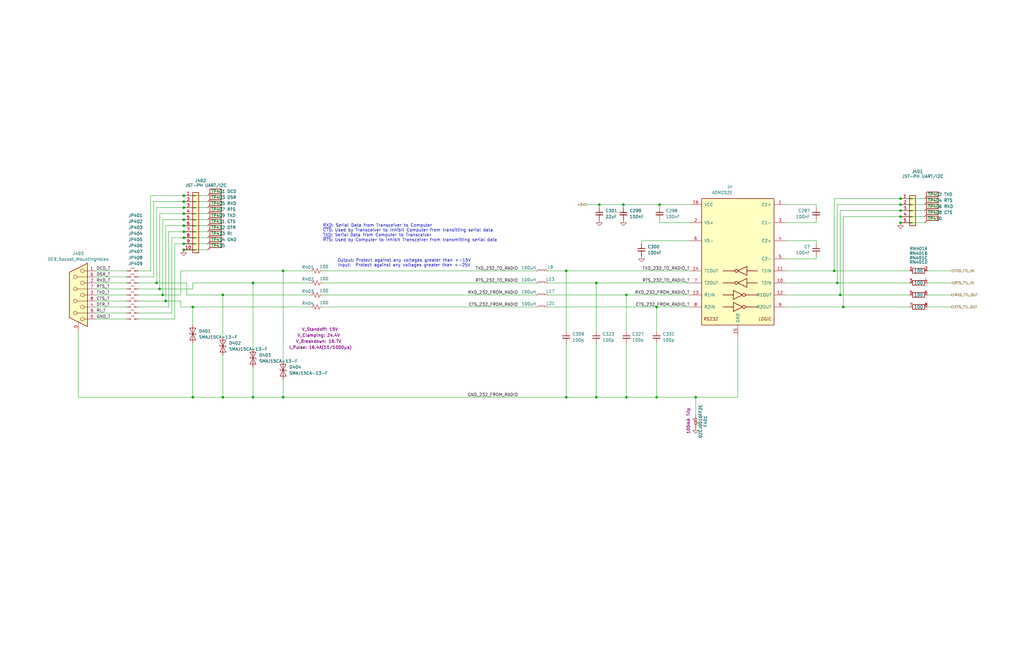
<source format=kicad_sch>
(kicad_sch (version 20250114) (generator "eeschema") (generator_version "9.0")
  (paper "B")
  (title_block (title "COM Port Switcher - COM Port Protection & Level Shift") (date "2025-07-26") (rev "A") (company "Thomas Francois - KX∅STL"))
  (lib_symbols
    (symbol "Connector:DE9_Socket_MountingHoles" (pin_names (offset 1.016) (hide yes))
      (property "Reference" "J" (at 0 16.51 0))
      (property "Value" "DE9_Socket_MountingHoles" (at 0 14.605 0))
      (symbol "DE9_Socket_MountingHoles_1_1"
        (pin passive line (at -7.62 10.16 0) (length 3.81) (name "1") (number "1"))
        (pin passive line (at -7.62 7.62 0) (length 3.81) (name "6") (number "6"))
        (pin passive line (at -7.62 5.08 0) (length 3.81) (name "2") (number "2"))
        (pin passive line (at -7.62 2.54 0) (length 3.81) (name "7") (number "7"))
        (pin passive line (at -7.62 0 0) (length 3.81) (name "3") (number "3"))
        (pin passive line (at -7.62 -2.54 0) (length 3.81) (name "8") (number "8"))
        (pin passive line (at -7.62 -5.08 0) (length 3.81) (name "4") (number "4"))
        (pin passive line (at -7.62 -7.62 0) (length 3.81) (name "9") (number "9"))
        (pin passive line (at -7.62 -10.16 0) (length 3.81) (name "5") (number "5"))
        (pin passive line (at 0 -15.24 90) (length 3.81) (name "PAD") (number "0"))
      )
    )
    (symbol "Connector:TestPoint_Flag" (pin_numbers (hide yes)) (pin_names (offset 0.762) (hide yes))
      (property "Reference" "TP" (at 3.429 1.778 0))
      (property "Value" "TestPoint_Flag" (at 3.302 4.191 0))
      (symbol "TestPoint_Flag_1_1"
        (pin passive line (at 0 0 90) (length 0) (name "1") (number "1"))
      )
    )
    (symbol "Connector_Generic:Conn_01x05" (pin_names (offset 1.016) (hide yes))
      (property "Reference" "J" (at 0 7.62 0))
      (property "Value" "Conn_01x05" (at 0 -7.62 0))
      (symbol "Conn_01x05_1_1"
        (pin passive line (at -5.08 5.08 0) (length 3.81) (name "Pin_1") (number "1"))
        (pin passive line (at -5.08 2.54 0) (length 3.81) (name "Pin_2") (number "2"))
        (pin passive line (at -5.08 0 0) (length 3.81) (name "Pin_3") (number "3"))
        (pin passive line (at -5.08 -2.54 0) (length 3.81) (name "Pin_4") (number "4"))
        (pin passive line (at -5.08 -5.08 0) (length 3.81) (name "Pin_5") (number "5"))
      )
    )
    (symbol "Connector_Generic:Conn_01x10" (pin_names (offset 1.016) (hide yes))
      (property "Reference" "J" (at 0 12.7 0))
      (property "Value" "Conn_01x10" (at 0 -15.24 0))
      (symbol "Conn_01x10_1_1"
        (pin passive line (at -5.08 10.16 0) (length 3.81) (name "Pin_1") (number "1"))
        (pin passive line (at -5.08 7.62 0) (length 3.81) (name "Pin_2") (number "2"))
        (pin passive line (at -5.08 5.08 0) (length 3.81) (name "Pin_3") (number "3"))
        (pin passive line (at -5.08 2.54 0) (length 3.81) (name "Pin_4") (number "4"))
        (pin passive line (at -5.08 0 0) (length 3.81) (name "Pin_5") (number "5"))
        (pin passive line (at -5.08 -2.54 0) (length 3.81) (name "Pin_6") (number "6"))
        (pin passive line (at -5.08 -5.08 0) (length 3.81) (name "Pin_7") (number "7"))
        (pin passive line (at -5.08 -7.62 0) (length 3.81) (name "Pin_8") (number "8"))
        (pin passive line (at -5.08 -10.16 0) (length 3.81) (name "Pin_9") (number "9"))
        (pin passive line (at -5.08 -12.7 0) (length 3.81) (name "Pin_10") (number "10"))
      )
    )
    (symbol "Device:C_Small" (pin_numbers (hide yes)) (pin_names (offset 0.254) (hide yes))
      (property "Reference" "C" (at 0.254 1.778 0))
      (property "Value" "C_Small" (at 0.254 -2.032 0))
      (symbol "C_Small_1_1"
        (pin passive line (at 0 2.54 270) (length 2.032) (name "~") (number "1"))
        (pin passive line (at 0 -2.54 90) (length 2.032) (name "~") (number "2"))
      )
    )
    (symbol "Device:L_Small" (pin_numbers (hide yes)) (pin_names (offset 0.254) (hide yes))
      (property "Reference" "L" (at 0.762 1.016 0))
      (property "Value" "L_Small" (at 0.762 -1.016 0))
      (symbol "L_Small_1_1"
        (pin passive line (at 0 2.54 270) (length 0.508) (name "~") (number "1"))
        (pin passive line (at 0 -2.54 90) (length 0.508) (name "~") (number "2"))
      )
    )
    (symbol "Device:Polyfuse_Small" (pin_numbers (hide yes)) (pin_names (offset 0))
      (property "Reference" "F" (at -1.905 0 90))
      (property "Value" "Polyfuse_Small" (at 1.905 0 90))
      (symbol "Polyfuse_Small_1_1"
        (pin passive line (at 0 2.54 270) (length 0.635) (name "~") (number "1"))
        (pin passive line (at 0 -2.54 90) (length 0.635) (name "~") (number "2"))
      )
    )
    (symbol "Device:R_Small_US" (pin_numbers (hide yes)) (pin_names (offset 0.254) (hide yes))
      (property "Reference" "R" (at 0.762 0.508 0))
      (property "Value" "R_Small_US" (at 0.762 -1.016 0))
      (symbol "R_Small_US_1_1"
        (pin passive line (at 0 2.54 270) (length 1.016) (name "~") (number "1"))
        (pin passive line (at 0 -2.54 90) (length 1.016) (name "~") (number "2"))
      )
    )
    (symbol "Diode:SMAJ15CA" (pin_numbers (hide yes)) (pin_names (offset 1.016) (hide yes))
      (property "Reference" "D" (at 0 2.54 0))
      (property "Value" "SMAJ15CA" (at 0 -2.54 0))
      (symbol "SMAJ15CA_1_1"
        (pin passive line (at -3.81 0 0) (length 2.54) (name "A1") (number "1"))
        (pin passive line (at 3.81 0 180) (length 2.54) (name "A2") (number "2"))
      )
    )
    (symbol "Interface_UART:ADM232A" (pin_names (offset 1.016))
      (property "Reference" "Ur" (at 2.1433 30.48 0))
      (property "Value" "ADM202E" (at 2.1433 27.94 0))
      (symbol "ADM232A_0_0"
        (text "LOGIC" (at -11.43 -25.4 0) (effects (font (size 1.27 1.27))))
        (text "RS232" (at 11.43 -25.4 0) (effects (font (size 1.27 1.27))))
      )
      (symbol "ADM232A_1_1"
        (pin passive line (at -20.32 22.86 0) (length 5.08) (name "C1+") (number "1"))
        (pin passive line (at -20.32 15.24 0) (length 5.08) (name "C1-") (number "3"))
        (pin passive line (at -20.32 7.62 0) (length 5.08) (name "C2+") (number "4"))
        (pin passive line (at -20.32 0 0) (length 5.08) (name "C2-") (number "5"))
        (pin input line (at -20.32 -5.08 0) (length 5.08) (name "T1IN") (number "11"))
        (pin input line (at -20.32 -10.16 0) (length 5.08) (name "T2IN") (number "10"))
        (pin output line (at -20.32 -15.24 0) (length 5.08) (name "R1OUT") (number "12"))
        (pin output line (at -20.32 -20.32 0) (length 5.08) (name "R2OUT") (number "9"))
        (pin power_in line (at 0 -33.02 90) (length 5.08) (name "GND") (number "15"))
        (pin power_in line (at 20.32 22.86 180) (length 5.08) (name "VCC") (number "16"))
        (pin power_out line (at 20.32 15.24 180) (length 5.08) (name "VS+") (number "2"))
        (pin power_out line (at 20.32 7.62 180) (length 5.08) (name "VS-") (number "6"))
        (pin output line (at 20.32 -5.08 180) (length 5.08) (name "T1OUT") (number "14"))
        (pin output line (at 20.32 -10.16 180) (length 5.08) (name "T2OUT") (number "7"))
        (pin input line (at 20.32 -15.24 180) (length 5.08) (name "R1IN") (number "13"))
        (pin input line (at 20.32 -20.32 180) (length 5.08) (name "R2IN") (number "8"))
      )
    )
    (symbol "Jumper:Jumper_2_Small_Open" (pin_numbers (hide yes)) (pin_names (offset 0) (hide yes)) (exclude_from_sim yes)
      (property "Reference" "JP" (at 0 2.794 0))
      (property "Value" "Jumper_2_Small_Open" (at 0 -2.286 0))
      (symbol "Jumper_2_Small_Open_1_1"
        (pin passive line (at -2.54 0 0) (length 1.27) (name "A") (number "1"))
        (pin passive line (at 2.54 0 180) (length 1.27) (name "B") (number "2"))
      )
    )
    (symbol "Library_MicSwitcher:R_Network04_Split" (pin_names (offset 0) (hide yes))
      (property "Reference" "RN" (at 2.032 0 90))
      (property "Value" "47k" (at 0 0 90))
      (symbol "R_Network04_Split_1_1"
        (pin passive line (at 0 3.81 270) (length 1.27) (name "1") (number "1"))
        (pin passive line (at 0 -3.81 90) (length 1.27) (name "2") (number "2"))
      )
      (symbol "R_Network04_Split_2_1"
        (pin passive line (at 0 3.81 270) (length 1.27) (name "3") (number "3"))
        (pin passive line (at 0 -3.81 90) (length 1.27) (name "4") (number "4"))
      )
      (symbol "R_Network04_Split_3_1"
        (pin passive line (at 0 3.81 270) (length 1.27) (name "5") (number "5"))
        (pin passive line (at 0 -3.81 90) (length 1.27) (name "6") (number "6"))
      )
      (symbol "R_Network04_Split_4_1"
        (pin passive line (at 0 3.81 270) (length 1.27) (name "7") (number "7"))
        (pin passive line (at 0 -3.81 90) (length 1.27) (name "8") (number "8"))
      )
    )
    (symbol "power:GND" (power) (pin_numbers (hide yes)) (pin_names (offset 0) (hide yes))
      (property "Value" "GND" (at 0 -3.81 0))
      (symbol "GND_1_1"
        (pin power_in line (at 0 0 270) (length 0) (name "~") (number "1"))
      )
    )
  )
  (text "RXD: Serial Data from Transceiver to Computer\n~{CTS}: Used by Transceiver to inhibit Computer from transitting serial data\nTXD: Serial Data from Computer to Transceiver\n~{RTS}: Used by Computer to inhibit Transceiver from transmitting serial data\n" (at 136.144 98.298 0) (effects (font (size 1.27 1.27)) (justify left)))
  (text "Output: Protect against any voltages greater than +-15V\nInput:  Protect against any voltages greater than +-25V" (at 170.434 110.998 0) (effects (font (size 1.27 1.27))))
  (junction (at 93.98 167.64))
  (junction (at 119.38 167.64))
  (junction (at 379.73 83.82))
  (junction (at 379.73 91.44))
  (junction (at 238.76 114.3))
  (junction (at 93.98 124.46))
  (junction (at 77.47 95.25))
  (junction (at 69.85 127))
  (junction (at 354.33 124.46))
  (junction (at 77.47 100.33))
  (junction (at 81.28 167.64))
  (junction (at 251.46 167.64))
  (junction (at 77.47 90.17))
  (junction (at 77.47 82.55))
  (junction (at 252.73 86.36))
  (junction (at 276.86 129.54))
  (junction (at 77.47 105.41))
  (junction (at 77.47 92.71))
  (junction (at 106.68 119.38))
  (junction (at 77.47 87.63))
  (junction (at 66.04 119.38))
  (junction (at 77.47 85.09))
  (junction (at 81.28 129.54))
  (junction (at 379.73 93.98))
  (junction (at 379.73 86.36))
  (junction (at 353.06 119.38))
  (junction (at 264.16 124.46))
  (junction (at 67.31 121.92))
  (junction (at 77.47 102.87))
  (junction (at 264.16 167.64))
  (junction (at 262.89 86.36))
  (junction (at 293.37 167.64))
  (junction (at 278.13 86.36))
  (junction (at 77.47 97.79))
  (junction (at 251.46 119.38))
  (junction (at 379.73 88.9))
  (junction (at 238.76 167.64))
  (junction (at 119.38 114.3))
  (junction (at 276.86 167.64))
  (junction (at 106.68 167.64))
  (junction (at 355.6 129.54))
  (junction (at 68.58 124.46))
  (junction (at 351.79 114.3))
  (wire (pts (xy 278.13 93.98) (xy 278.13 92.71)))
  (wire (pts (xy 276.86 129.54) (xy 290.83 129.54)))
  (wire (pts (xy 64.77 85.09) (xy 64.77 116.84)))
  (wire (pts (xy 231.14 114.3) (xy 238.76 114.3)))
  (wire (pts (xy 251.46 144.78) (xy 251.46 167.64)))
  (wire (pts (xy 106.68 119.38) (xy 106.68 147.32)))
  (wire (pts (xy 81.28 167.64) (xy 93.98 167.64)))
  (wire (pts (xy 290.83 93.98) (xy 278.13 93.98)))
  (wire (pts (xy 40.64 116.84) (xy 53.34 116.84)))
  (wire (pts (xy 106.68 167.64) (xy 119.38 167.64)))
  (wire (pts (xy 119.38 114.3) (xy 130.81 114.3)))
  (wire (pts (xy 63.5 114.3) (xy 63.5 82.55)))
  (wire (pts (xy 40.64 124.46) (xy 53.34 124.46)))
  (wire (pts (xy 119.38 167.64) (xy 238.76 167.64)))
  (wire (pts (xy 68.58 92.71) (xy 68.58 124.46)))
  (wire (pts (xy 251.46 167.64) (xy 264.16 167.64)))
  (wire (pts (xy 353.06 86.36) (xy 353.06 119.38)))
  (wire (pts (xy 293.37 167.64) (xy 311.15 167.64)))
  (wire (pts (xy 66.04 87.63) (xy 66.04 119.38)))
  (wire (pts (xy 106.68 119.38) (xy 130.81 119.38)))
  (wire (pts (xy 344.17 101.6) (xy 344.17 102.87)))
  (wire (pts (xy 135.89 114.3) (xy 226.06 114.3)))
  (wire (pts (xy 238.76 167.64) (xy 251.46 167.64)))
  (wire (pts (xy 276.86 144.78) (xy 276.86 167.64)))
  (wire (pts (xy 67.31 90.17) (xy 67.31 121.92)))
  (wire (pts (xy 331.47 101.6) (xy 344.17 101.6)))
  (wire (pts (xy 354.33 88.9) (xy 354.33 124.46)))
  (wire (pts (xy 81.28 121.92) (xy 67.31 121.92)))
  (wire (pts (xy 81.28 129.54) (xy 81.28 137.16)))
  (wire (pts (xy 401.32 114.3) (xy 391.16 114.3)))
  (wire (pts (xy 71.12 129.54) (xy 58.42 129.54)))
  (wire (pts (xy 93.98 167.64) (xy 106.68 167.64)))
  (wire (pts (xy 135.89 119.38) (xy 226.06 119.38)))
  (wire (pts (xy 344.17 109.22) (xy 344.17 107.95)))
  (wire (pts (xy 252.73 87.63) (xy 252.73 86.36)))
  (wire (pts (xy 331.47 119.38) (xy 353.06 119.38)))
  (wire (pts (xy 76.2 124.46) (xy 76.2 114.3)))
  (wire (pts (xy 264.16 124.46) (xy 290.83 124.46)))
  (wire (pts (xy 81.28 119.38) (xy 106.68 119.38)))
  (wire (pts (xy 77.47 100.33) (xy 72.39 100.33)))
  (wire (pts (xy 262.89 87.63) (xy 262.89 86.36)))
  (wire (pts (xy 135.89 124.46) (xy 226.06 124.46)))
  (wire (pts (xy 77.47 97.79) (xy 71.12 97.79)))
  (wire (pts (xy 331.47 86.36) (xy 344.17 86.36)))
  (wire (pts (xy 58.42 127) (xy 69.85 127)))
  (wire (pts (xy 77.47 102.87) (xy 73.66 102.87)))
  (wire (pts (xy 278.13 86.36) (xy 278.13 87.63)))
  (wire (pts (xy 270.51 102.87) (xy 270.51 101.6)))
  (wire (pts (xy 81.28 144.78) (xy 81.28 167.64)))
  (wire (pts (xy 93.98 149.86) (xy 93.98 167.64)))
  (wire (pts (xy 76.2 114.3) (xy 119.38 114.3)))
  (wire (pts (xy 231.14 119.38) (xy 251.46 119.38)))
  (wire (pts (xy 331.47 114.3) (xy 351.79 114.3)))
  (wire (pts (xy 78.74 124.46) (xy 78.74 119.38)))
  (wire (pts (xy 135.89 129.54) (xy 226.1287 129.54)))
  (wire (pts (xy 379.73 86.36) (xy 389.89 86.36)))
  (wire (pts (xy 106.68 154.94) (xy 106.68 167.64)))
  (wire (pts (xy 40.64 127) (xy 53.34 127)))
  (wire (pts (xy 355.6 129.54) (xy 383.54 129.54)))
  (wire (pts (xy 351.79 114.3) (xy 383.54 114.3)))
  (wire (pts (xy 77.47 85.09) (xy 64.77 85.09)))
  (wire (pts (xy 262.89 86.36) (xy 278.13 86.36)))
  (wire (pts (xy 77.47 87.63) (xy 66.04 87.63)))
  (wire (pts (xy 69.85 127) (xy 76.2 127)))
  (wire (pts (xy 238.76 144.78) (xy 238.76 167.64)))
  (wire (pts (xy 72.39 132.08) (xy 58.42 132.08)))
  (wire (pts (xy 77.47 100.33) (xy 87.63 100.33)))
  (wire (pts (xy 119.38 160.02) (xy 119.38 167.64)))
  (wire (pts (xy 93.98 124.46) (xy 130.81 124.46)))
  (wire (pts (xy 78.74 119.38) (xy 66.04 119.38)))
  (wire (pts (xy 270.51 101.6) (xy 290.83 101.6)))
  (wire (pts (xy 67.31 121.92) (xy 58.42 121.92)))
  (wire (pts (xy 40.64 132.08) (xy 53.34 132.08)))
  (wire (pts (xy 40.64 134.62) (xy 53.34 134.62)))
  (wire (pts (xy 290.83 86.36) (xy 278.13 86.36)))
  (wire (pts (xy 231.14 124.46) (xy 264.16 124.46)))
  (wire (pts (xy 77.47 105.41) (xy 87.63 105.41)))
  (wire (pts (xy 293.37 175.26) (xy 293.37 167.64)))
  (wire (pts (xy 252.73 86.36) (xy 247.65 86.36)))
  (wire (pts (xy 77.47 85.09) (xy 87.63 85.09)))
  (wire (pts (xy 401.32 129.54) (xy 391.16 129.54)))
  (wire (pts (xy 379.73 88.9) (xy 389.89 88.9)))
  (wire (pts (xy 344.17 93.98) (xy 344.17 92.71)))
  (wire (pts (xy 77.47 97.79) (xy 87.63 97.79)))
  (wire (pts (xy 331.47 93.98) (xy 344.17 93.98)))
  (wire (pts (xy 77.47 90.17) (xy 67.31 90.17)))
  (wire (pts (xy 264.16 124.46) (xy 264.16 139.7)))
  (wire (pts (xy 331.47 109.22) (xy 344.17 109.22)))
  (wire (pts (xy 78.74 124.46) (xy 93.98 124.46)))
  (wire (pts (xy 58.42 114.3) (xy 63.5 114.3)))
  (wire (pts (xy 77.47 92.71) (xy 87.63 92.71)))
  (wire (pts (xy 379.73 83.82) (xy 389.89 83.82)))
  (wire (pts (xy 33.02 167.64) (xy 33.02 139.7)))
  (wire (pts (xy 119.38 114.3) (xy 119.38 152.4)))
  (wire (pts (xy 354.33 124.46) (xy 383.54 124.46)))
  (wire (pts (xy 64.77 116.84) (xy 58.42 116.84)))
  (wire (pts (xy 353.06 119.38) (xy 383.54 119.38)))
  (wire (pts (xy 40.64 119.38) (xy 53.34 119.38)))
  (wire (pts (xy 379.73 88.9) (xy 354.33 88.9)))
  (wire (pts (xy 379.73 91.44) (xy 389.89 91.44)))
  (wire (pts (xy 77.47 95.25) (xy 87.63 95.25)))
  (wire (pts (xy 331.47 129.54) (xy 355.6 129.54)))
  (wire (pts (xy 293.37 167.64) (xy 276.86 167.64)))
  (wire (pts (xy 77.47 92.71) (xy 68.58 92.71)))
  (wire (pts (xy 401.32 124.46) (xy 391.16 124.46)))
  (wire (pts (xy 40.64 121.92) (xy 53.34 121.92)))
  (wire (pts (xy 71.12 97.79) (xy 71.12 129.54)))
  (wire (pts (xy 379.73 83.82) (xy 351.79 83.82)))
  (wire (pts (xy 69.85 95.25) (xy 69.85 127)))
  (wire (pts (xy 58.42 124.46) (xy 68.58 124.46)))
  (wire (pts (xy 77.47 95.25) (xy 69.85 95.25)))
  (wire (pts (xy 264.16 167.64) (xy 276.86 167.64)))
  (wire (pts (xy 68.58 124.46) (xy 76.2 124.46)))
  (wire (pts (xy 401.32 119.38) (xy 391.16 119.38)))
  (wire (pts (xy 77.47 82.55) (xy 87.63 82.55)))
  (wire (pts (xy 63.5 82.55) (xy 77.47 82.55)))
  (wire (pts (xy 355.6 91.44) (xy 355.6 129.54)))
  (wire (pts (xy 93.98 124.46) (xy 93.98 142.24)))
  (wire (pts (xy 379.73 91.44) (xy 355.6 91.44)))
  (wire (pts (xy 238.76 114.3) (xy 238.76 139.7)))
  (wire (pts (xy 33.02 167.64) (xy 81.28 167.64)))
  (wire (pts (xy 58.42 134.62) (xy 73.66 134.62)))
  (wire (pts (xy 238.76 114.3) (xy 290.83 114.3)))
  (wire (pts (xy 66.04 119.38) (xy 58.42 119.38)))
  (wire (pts (xy 81.28 129.54) (xy 130.81 129.54)))
  (wire (pts (xy 379.73 93.98) (xy 389.89 93.98)))
  (wire (pts (xy 77.47 87.63) (xy 87.63 87.63)))
  (wire (pts (xy 331.47 124.46) (xy 354.33 124.46)))
  (wire (pts (xy 344.17 86.36) (xy 344.17 87.63)))
  (wire (pts (xy 72.39 100.33) (xy 72.39 132.08)))
  (wire (pts (xy 251.46 119.38) (xy 251.46 139.7)))
  (wire (pts (xy 81.28 129.54) (xy 76.2 129.54)))
  (wire (pts (xy 231.2087 129.54) (xy 276.86 129.54)))
  (wire (pts (xy 276.86 129.54) (xy 276.86 139.7)))
  (wire (pts (xy 351.79 83.82) (xy 351.79 114.3)))
  (wire (pts (xy 40.64 114.3) (xy 53.34 114.3)))
  (wire (pts (xy 77.47 90.17) (xy 87.63 90.17)))
  (wire (pts (xy 76.2 129.54) (xy 76.2 127)))
  (wire (pts (xy 40.64 129.54) (xy 53.34 129.54)))
  (wire (pts (xy 251.46 119.38) (xy 290.83 119.38)))
  (wire (pts (xy 262.89 86.36) (xy 252.73 86.36)))
  (wire (pts (xy 81.28 119.38) (xy 81.28 121.92)))
  (wire (pts (xy 73.66 102.87) (xy 73.66 134.62)))
  (wire (pts (xy 379.73 86.36) (xy 353.06 86.36)))
  (wire (pts (xy 264.16 144.78) (xy 264.16 167.64)))
  (wire (pts (xy 77.47 102.87) (xy 87.63 102.87)))
  (wire (pts (xy 311.15 142.24) (xy 311.15 167.64)))
  (label "RXD_232_FROM_RADIO" (at 218.44 124.46 180))
  (label "RTS_232_TO_RADIO" (at 218.44 119.38 180))
  (label "CTS_232_FROM_RADIO_T" (at 290.83 129.54 180))
  (label "RXD_232_FROM_RADIO_T" (at 290.83 124.46 180))
  (label "TXD_232_TO_RADIO" (at 218.44 114.3 180))
  (label "DSR_T" (at 40.64 116.84 0))
  (label "RXD_T" (at 40.64 119.38 0))
  (label "GND_T" (at 40.64 134.62 0))
  (label "RI_T" (at 40.64 132.08 0))
  (label "DTR_T" (at 40.64 129.54 0))
  (label "CTS_T" (at 40.64 127 0))
  (label "RTS_T" (at 40.64 121.92 0))
  (label "TXD_T" (at 40.64 124.46 0))
  (label "DCD_T" (at 40.64 114.3 0))
  (label "CTS_232_FROM_RADIO" (at 218.44 129.54 180))
  (label "TXD_232_TO_RADIO_T" (at 290.83 114.3 180))
  (label "RTS_232_TO_RADIO_T" (at 290.83 119.38 180))
  (label "GND_232_FROM_RADIO" (at 218.44 167.64 180))
  (hierarchical_label "+5V" (shape input) (at 247.65 86.36 180) (effects (font (size 1 1))))
  (hierarchical_label "CTS_TTL_OUT" (shape output) (at 401.32 129.54 0) (effects (font (size 1 1))))
  (hierarchical_label "RXD_TTL_OUT" (shape output) (at 401.32 124.46 0) (effects (font (size 1 1))))
  (hierarchical_label "TXD_TTL_IN" (shape input) (at 401.32 114.3 0) (effects (font (size 1 1))))
  (hierarchical_label "RTS_TTL_IN" (shape input) (at 401.32 119.38 0) (effects (font (size 1 1))))
  (symbol (lib_id "Device:C_Small") (at 276.86 142.24 0) (mirror y) (unit 1)
    (property "Reference" "C210" (at 279.4 140.9762 0) (effects (justify right)))
    (property "Value" "100p" (at 279.4 143.5162 0) (effects (justify right)))
    (property "Footprint" "Capacitor_SMD:C_0402_1005Metric" (effects (hide yes)))
    (property "Description" "Unpolarized capacitor, small symbol" (effects (hide yes)))
    (instances (project "PilotAudioPanel" (path "" (reference "C331") (unit 1)) (path "" (reference "C332") (unit 1)) (path "" (reference "C334") (unit 1)) (path "" (reference "C333") (unit 1))) (project "COM Switcher" (path "" (reference "C410") (unit 1)) (path "" (reference "C210") (unit 1)) (path "" (reference "C310") (unit 1)) (path "" (reference "C510") (unit 1))))
  )
  (symbol (lib_id "Jumper:Jumper_2_Small_Open") (at 55.88 116.84 0) (unit 1) (in_bom no)
    (property "Reference" "JP202" (at 54.102 93.472 0) (effects (justify left)))
    (property "Value" "Jumper_2_Small_Open" (effects (hide yes)))
    (property "Footprint" "Jumper:SolderJumper-2_P1.3mm_Open_Pad1.0x1.5mm" (effects (hide yes)))
    (property "Description" "Jumper, 2-pole, small symbol, open" (effects (hide yes)))
    (instances (project "COM Switcher" (path "" (reference "JP402") (unit 1)) (path "" (reference "JP202") (unit 1)) (path "" (reference "JP302") (unit 1)) (path "" (reference "JP502") (unit 1))))
  )
  (symbol (lib_id "Jumper:Jumper_2_Small_Open") (at 55.88 127 0) (unit 1) (in_bom no)
    (property "Reference" "JP206" (at 54.102 103.632 0) (effects (justify left)))
    (property "Value" "Jumper_2_Small_Open" (effects (hide yes)))
    (property "Footprint" "Jumper:SolderJumper-2_P1.3mm_Open_Pad1.0x1.5mm" (effects (hide yes)))
    (property "Description" "Jumper, 2-pole, small symbol, open" (effects (hide yes)))
    (instances (project "COM Switcher" (path "" (reference "JP406") (unit 1)) (path "" (reference "JP206") (unit 1)) (path "" (reference "JP306") (unit 1)) (path "" (reference "JP506") (unit 1))))
  )
  (symbol (lib_id "Connector:TestPoint_Flag") (at 87.63 92.71 0) (unit 1)
    (property "Reference" "TP209" (at 88.9 90.932 0) (effects (justify left)))
    (property "Value" "TXD" (at 95.758 90.932 0) (effects (justify left)))
    (property "Footprint" "Libraries:KEYSTONE_5017" (effects (hide yes)))
    (property "Description" "test point (alternative flag-style design)" (effects (hide yes)))
    (instances (project "COM Switcher" (path "" (reference "TP409") (unit 1)) (path "" (reference "TP209") (unit 1)) (path "" (reference "TP309") (unit 1)) (path "" (reference "TP509") (unit 1))))
  )
  (symbol (lib_id "Device:L_Small") (at 228.6687 129.54 270) (mirror x) (unit 1)
    (property "Reference" "L204" (at 232.156 128.016 90))
    (property "Value" "100uH" (at 223.012 128.27 90))
    (property "Footprint" "Inductor_SMD:L_0805_2012Metric" (effects (hide yes)))
    (property "Description" "Inductor, small symbol" (effects (hide yes)))
    (instances (project "PilotAudioPanel" (path "" (reference "L21") (unit 1)) (path "" (reference "L22") (unit 1)) (path "" (reference "L24") (unit 1)) (path "" (reference "L23") (unit 1))) (project "COM Switcher" (path "" (reference "L404") (unit 1)) (path "" (reference "L204") (unit 1)) (path "" (reference "L304") (unit 1)) (path "" (reference "L504") (unit 1))))
  )
  (symbol (lib_id "Connector:TestPoint_Flag") (at 389.89 86.36 0) (unit 1)
    (property "Reference" "TP204" (at 391.16 84.582 0) (effects (justify left)))
    (property "Value" "RTS" (at 398.018 84.582 0) (effects (justify left)))
    (property "Footprint" "Libraries:KEYSTONE_5017" (effects (hide yes)))
    (property "Description" "test point (alternative flag-style design)" (effects (hide yes)))
    (instances (project "COM Switcher" (path "" (reference "TP404") (unit 1)) (path "" (reference "TP204") (unit 1)) (path "" (reference "TP304") (unit 1)) (path "" (reference "TP504") (unit 1))))
  )
  (symbol (lib_id "Jumper:Jumper_2_Small_Open") (at 55.88 124.46 0) (unit 1) (in_bom no)
    (property "Reference" "JP205" (at 54.102 101.092 0) (effects (justify left)))
    (property "Value" "Jumper_2_Small_Open" (effects (hide yes)))
    (property "Footprint" "Jumper:SolderJumper-2_P1.3mm_Open_Pad1.0x1.5mm" (effects (hide yes)))
    (property "Description" "Jumper, 2-pole, small symbol, open" (effects (hide yes)))
    (instances (project "COM Switcher" (path "" (reference "JP405") (unit 1)) (path "" (reference "JP205") (unit 1)) (path "" (reference "JP305") (unit 1)) (path "" (reference "JP505") (unit 1))))
  )
  (symbol (lib_id "Connector:TestPoint_Flag") (at 87.63 105.41 0) (unit 1)
    (property "Reference" "TP215" (at 88.9 103.632 0) (effects (justify left)))
    (property "Footprint" "Libraries:KEYSTONE_5017" (effects (hide yes)))
    (property "Description" "test point (alternative flag-style design)" (effects (hide yes)))
    (instances (project "COM Switcher" (path "" (reference "TP415") (unit 1)) (path "" (reference "TP215") (unit 1)) (path "" (reference "TP315") (unit 1)) (path "" (reference "TP515") (unit 1))))
  )
  (symbol (lib_id "Device:C_Small") (at 252.73 90.17 0) (mirror y) (unit 1)
    (property "Reference" "C201" (at 255.27 88.9062 0) (effects (justify right)))
    (property "Value" "22uF" (at 255.27 91.4462 0) (effects (justify right)))
    (property "Footprint" "Capacitor_SMD:C_0603_1608Metric" (effects (hide yes)))
    (property "Description" "Unpolarized capacitor, small symbol" (effects (hide yes)))
    (instances (project "PilotAudioPanel" (path "" (reference "C301") (unit 1)) (path "" (reference "C306") (unit 1)) (path "" (reference "C319") (unit 1)) (path "" (reference "C313") (unit 1))) (project "COM Switcher" (path "" (reference "C401") (unit 1)) (path "" (reference "C201") (unit 1)) (path "" (reference "C301") (unit 1)) (path "" (reference "C501") (unit 1))))
  )
  (symbol (lib_id "Device:R_Small_US") (at 133.35 129.54 90) (unit 1)
    (property "Reference" "R204" (at 129.794 128.016 90))
    (property "Value" "100" (at 136.652 127.762 90))
    (property "Footprint" "Resistor_SMD:R_0402_1005Metric" (effects (hide yes)))
    (property "Description" "Resistor, small US symbol" (effects (hide yes)))
    (instances (project "COM Switcher" (path "" (reference "R404") (unit 1)) (path "" (reference "R204") (unit 1)) (path "" (reference "R304") (unit 1)) (path "" (reference "R504") (unit 1))))
  )
  (symbol (lib_id "Device:C_Small") (at 344.17 90.17 0) (mirror y) (unit 1)
    (property "Reference" "C204" (at 341.63 88.9062 0) (effects (justify left)))
    (property "Value" "100nF" (at 341.63 91.4462 0) (effects (justify left)))
    (property "Footprint" "Capacitor_SMD:C_0402_1005Metric" (effects (hide yes)))
    (property "Description" "Unpolarized capacitor, small symbol" (effects (hide yes)))
    (instances (project "PilotAudioPanel" (path "" (reference "C297") (unit 1)) (path "" (reference "C296") (unit 1)) (path "" (reference "C314") (unit 1)) (path "" (reference "C307") (unit 1))) (project "COM Switcher" (path "" (reference "C404") (unit 1)) (path "" (reference "C204") (unit 1)) (path "" (reference "C304") (unit 1)) (path "" (reference "C504") (unit 1))))
  )
  (symbol (lib_id "Library_MicSwitcher:R_Network04_Split") (at 387.35 114.3 90) (unit 1)
    (property "Reference" "RN201" (at 387.35 104.902 90))
    (property "Value" "100" (at 387.35 114.3 90))
    (property "Footprint" "Resistor_SMD:R_Array_Convex_4x1206" (effects (hide yes)))
    (property "Datasheet" "http://www.vishay.com/docs/31509/csc.pdf" (effects (hide yes)))
    (property "Description" "4 resistor network, star topology, bussed resistors, split" (effects (hide yes)))
    (instances (project "COM Switcher" (path "" (reference "RN401") (unit 1)) (path "" (reference "RN201") (unit 1)) (path "" (reference "RN301") (unit 1)) (path "" (reference "RN501") (unit 1))))
  )
  (symbol (lib_id "power:GND") (at 262.89 92.71 0) (mirror y) (unit 1)
    (property "Reference" "#PWR0202" (effects (hide yes)))
    (property "Value" "GND" (effects (hide yes)))
    (property "Description" "Power symbol creates a global label with name \"GND\" , ground" (effects (hide yes)))
    (instances (project "PilotAudioPanel" (path "" (reference "#PWR?") (unit 1)) (path "" (reference "#PWR0495") (unit 1)) (path "" (reference "#PWR0504") (unit 1)) (path "" (reference "#PWR0499") (unit 1))) (project "COM Switcher" (path "" (reference "#PWR0402") (unit 1)) (path "" (reference "#PWR0202") (unit 1)) (path "" (reference "#PWR0302") (unit 1)) (path "" (reference "#PWR0502") (unit 1))))
  )
  (symbol (lib_id "Diode:SMAJ15CA") (at 93.98 146.05 90) (unit 1)
    (property "Reference" "D202" (at 96.52 144.7799 90) (effects (justify right)))
    (property "Value" "SMAJ15CA-13-F" (at 96.52 147.3199 90) (effects (justify right)))
    (property "Footprint" "Diode_SMD:D_SMA" (effects (hide yes)))
    (property "Datasheet" "https://www.littelfuse.com/media?resourcetype=datasheets&itemid=75e32973-b177-4ee3-a0ff-cedaf1abdb93&filename=smaj-datasheet" (effects (hide yes)))
    (property "Description" "400W bidirectional Transient Voltage Suppressor, 15.0Vr, SMA(DO-214AC)" (effects (hide yes)))
    (property "V_Standoff" "15V" (effects (hide yes)))
    (property "V_Breakdown" "16.7V" (effects (hide yes)))
    (property "V_Clamping" "24.4V" (effects (hide yes)))
    (property "I_Pulse" "16.4A(10/1000µs)" (effects (hide yes)))
    (instances (project "COM Switcher" (path "" (reference "D402") (unit 1)) (path "" (reference "D202") (unit 1)) (path "" (reference "D302") (unit 1)) (path "" (reference "D502") (unit 1))))
  )
  (symbol (lib_id "Library_MicSwitcher:R_Network04_Split") (at 387.35 124.46 90) (unit 3)
    (property "Reference" "RN201" (at 387.35 108.8503 90))
    (property "Value" "100" (at 387.35 124.46 90))
    (property "Footprint" "Resistor_SMD:R_Array_Convex_4x1206" (effects (hide yes)))
    (property "Datasheet" "http://www.vishay.com/docs/31509/csc.pdf" (effects (hide yes)))
    (property "Description" "4 resistor network, star topology, bussed resistors, split" (effects (hide yes)))
    (instances (project "COM Switcher" (path "" (reference "RN401") (unit 3)) (path "" (reference "RN201") (unit 3)) (path "" (reference "RN301") (unit 3)) (path "" (reference "RN503") (unit 1))))
  )
  (symbol (lib_id "Jumper:Jumper_2_Small_Open") (at 55.88 119.38 0) (unit 1) (in_bom no)
    (property "Reference" "JP203" (at 54.102 96.012 0) (effects (justify left)))
    (property "Value" "Jumper_2_Small_Open" (effects (hide yes)))
    (property "Footprint" "Jumper:SolderJumper-2_P1.3mm_Open_Pad1.0x1.5mm" (effects (hide yes)))
    (property "Description" "Jumper, 2-pole, small symbol, open" (effects (hide yes)))
    (instances (project "COM Switcher" (path "" (reference "JP403") (unit 1)) (path "" (reference "JP203") (unit 1)) (path "" (reference "JP303") (unit 1)) (path "" (reference "JP503") (unit 1))))
  )
  (symbol (lib_id "Device:C_Small") (at 262.89 90.17 0) (unit 1)
    (property "Reference" "C202" (at 265.43 88.9062 0) (effects (justify left)))
    (property "Value" "100nF" (at 265.43 91.4462 0) (effects (justify left)))
    (property "Footprint" "Capacitor_SMD:C_0402_1005Metric" (effects (hide yes)))
    (property "Description" "Unpolarized capacitor, small symbol" (effects (hide yes)))
    (instances (project "PilotAudioPanel" (path "" (reference "C299") (unit 1)) (path "" (reference "C305") (unit 1)) (path "" (reference "C318") (unit 1)) (path "" (reference "C312") (unit 1))) (project "COM Switcher" (path "" (reference "C402") (unit 1)) (path "" (reference "C202") (unit 1)) (path "" (reference "C302") (unit 1)) (path "" (reference "C502") (unit 1))))
  )
  (symbol (lib_id "Jumper:Jumper_2_Small_Open") (at 55.88 129.54 0) (unit 1) (in_bom no)
    (property "Reference" "JP207" (at 54.102 106.172 0) (effects (justify left)))
    (property "Value" "Jumper_2_Small_Open" (effects (hide yes)))
    (property "Footprint" "Jumper:SolderJumper-2_P1.3mm_Open_Pad1.0x1.5mm" (effects (hide yes)))
    (property "Description" "Jumper, 2-pole, small symbol, open" (effects (hide yes)))
    (instances (project "COM Switcher" (path "" (reference "JP407") (unit 1)) (path "" (reference "JP207") (unit 1)) (path "" (reference "JP307") (unit 1)) (path "" (reference "JP507") (unit 1))))
  )
  (symbol (lib_id "Connector:TestPoint_Flag") (at 389.89 93.98 0) (unit 1)
    (property "Reference" "TP210" (at 391.16 92.202 0) (effects (justify left)))
    (property "Footprint" "Libraries:KEYSTONE_5017" (effects (hide yes)))
    (property "Description" "test point (alternative flag-style design)" (effects (hide yes)))
    (instances (project "COM Switcher" (path "" (reference "TP410") (unit 1)) (path "" (reference "TP210") (unit 1)) (path "" (reference "TP310") (unit 1)) (path "" (reference "TP510") (unit 1))))
  )
  (symbol (lib_id "Device:C_Small") (at 278.13 90.17 0) (unit 1)
    (property "Reference" "C203" (at 280.67 88.9062 0) (effects (justify left)))
    (property "Value" "100nF" (at 280.67 91.4462 0) (effects (justify left)))
    (property "Footprint" "Capacitor_SMD:C_0402_1005Metric" (effects (hide yes)))
    (property "Description" "Unpolarized capacitor, small symbol" (effects (hide yes)))
    (instances (project "PilotAudioPanel" (path "" (reference "C298") (unit 1)) (path "" (reference "C303") (unit 1)) (path "" (reference "C316") (unit 1)) (path "" (reference "C310") (unit 1))) (project "COM Switcher" (path "" (reference "C403") (unit 1)) (path "" (reference "C203") (unit 1)) (path "" (reference "C303") (unit 1)) (path "" (reference "C503") (unit 1))))
  )
  (symbol (lib_id "power:GND") (at 252.73 92.71 0) (mirror y) (unit 1)
    (property "Reference" "#PWR0201" (effects (hide yes)))
    (property "Value" "GND" (effects (hide yes)))
    (property "Description" "Power symbol creates a global label with name \"GND\" , ground" (effects (hide yes)))
    (instances (project "PilotAudioPanel" (path "" (reference "#PWR0493") (unit 1)) (path "" (reference "#PWR0496") (unit 1)) (path "" (reference "#PWR0505") (unit 1)) (path "" (reference "#PWR0501") (unit 1))) (project "COM Switcher" (path "" (reference "#PWR0401") (unit 1)) (path "" (reference "#PWR0201") (unit 1)) (path "" (reference "#PWR0301") (unit 1)) (path "" (reference "#PWR0501") (unit 1))))
  )
  (symbol (lib_id "power:GND") (at 379.73 93.98 0) (mirror y) (unit 1)
    (property "Reference" "#PWR0203" (effects (hide yes)))
    (property "Value" "GND" (effects (hide yes)))
    (property "Description" "Power symbol creates a global label with name \"GND\" , ground" (effects (hide yes)))
    (instances (project "COM Switcher" (path "" (reference "#PWR0403") (unit 1)) (path "" (reference "#PWR0203") (unit 1)) (path "" (reference "#PWR0303") (unit 1)) (path "" (reference "#PWR0503") (unit 1))))
  )
  (symbol (lib_id "Device:C_Small") (at 264.16 142.24 0) (unit 1)
    (property "Reference" "C209" (at 266.4841 141.0341 0) (effects (justify left)))
    (property "Value" "100p" (at 266.4841 143.4584 0) (effects (justify left)))
    (property "Footprint" "Capacitor_SMD:C_0402_1005Metric" (effects (hide yes)))
    (property "Description" "Unpolarized capacitor, small symbol" (effects (hide yes)))
    (instances (project "PilotAudioPanel" (path "" (reference "C327") (unit 1)) (path "" (reference "C328") (unit 1)) (path "" (reference "C330") (unit 1)) (path "" (reference "C329") (unit 1))) (project "COM Switcher" (path "" (reference "C409") (unit 1)) (path "" (reference "C209") (unit 1)) (path "" (reference "C309") (unit 1)) (path "" (reference "C509") (unit 1))))
  )
  (symbol (lib_id "Connector:TestPoint_Flag") (at 87.63 97.79 0) (unit 1)
    (property "Reference" "TP212" (at 88.9 96.012 0) (effects (justify left)))
    (property "Value" "DTR" (at 95.758 96.012 0) (effects (justify left)))
    (property "Footprint" "Libraries:KEYSTONE_5017" (effects (hide yes)))
    (property "Description" "test point (alternative flag-style design)" (effects (hide yes)))
    (instances (project "COM Switcher" (path "" (reference "TP412") (unit 1)) (path "" (reference "TP212") (unit 1)) (path "" (reference "TP312") (unit 1)) (path "" (reference "TP512") (unit 1))))
  )
  (symbol (lib_id "Connector:TestPoint_Flag") (at 87.63 85.09 0) (unit 1)
    (property "Reference" "TP203" (at 88.9 83.312 0) (effects (justify left)))
    (property "Value" "DSR" (at 95.758 83.312 0) (effects (justify left)))
    (property "Footprint" "Libraries:KEYSTONE_5017" (effects (hide yes)))
    (property "Description" "test point (alternative flag-style design)" (effects (hide yes)))
    (instances (project "COM Switcher" (path "" (reference "TP403") (unit 1)) (path "" (reference "TP203") (unit 1)) (path "" (reference "TP303") (unit 1)) (path "" (reference "TP503") (unit 1))))
  )
  (symbol (lib_id "Connector:TestPoint_Flag") (at 87.63 90.17 0) (unit 1)
    (property "Reference" "TP207" (at 88.9 88.392 0) (effects (justify left)))
    (property "Value" "RTS" (at 95.758 88.392 0) (effects (justify left)))
    (property "Footprint" "Libraries:KEYSTONE_5017" (effects (hide yes)))
    (property "Description" "test point (alternative flag-style design)" (effects (hide yes)))
    (instances (project "COM Switcher" (path "" (reference "TP407") (unit 1)) (path "" (reference "TP207") (unit 1)) (path "" (reference "TP307") (unit 1)) (path "" (reference "TP507") (unit 1))))
  )
  (symbol (lib_id "power:GND") (at 293.37 180.34 0) (mirror y) (unit 1)
    (property "Reference" "#PWR0206" (effects (hide yes)))
    (property "Value" "GND" (effects (hide yes)))
    (property "Description" "Power symbol creates a global label with name \"GND\" , ground" (effects (hide yes)))
    (instances (project "PilotAudioPanel" (path "" (reference "#PWR0492") (unit 1)) (path "" (reference "#PWR0490") (unit 1)) (path "" (reference "#PWR0502") (unit 1)) (path "" (reference "#PWR0497") (unit 1))) (project "COM Switcher" (path "" (reference "#PWR0406") (unit 1)) (path "" (reference "#PWR0206") (unit 1)) (path "" (reference "#PWR0306") (unit 1)) (path "" (reference "#PWR0506") (unit 1))))
  )
  (symbol (lib_id "Diode:SMAJ15CA") (at 81.28 140.97 90) (unit 1)
    (property "Reference" "D201" (at 83.82 139.6999 90) (effects (justify right)))
    (property "Value" "SMAJ15CA-13-F" (at 83.82 142.2399 90) (effects (justify right)))
    (property "Footprint" "Diode_SMD:D_SMA" (effects (hide yes)))
    (property "Datasheet" "https://www.littelfuse.com/media?resourcetype=datasheets&itemid=75e32973-b177-4ee3-a0ff-cedaf1abdb93&filename=smaj-datasheet" (effects (hide yes)))
    (property "Description" "400W bidirectional Transient Voltage Suppressor, 15.0Vr, SMA(DO-214AC)" (effects (hide yes)))
    (property "V_Standoff" "15V" (at 134.874 138.938 90) (show_name yes))
    (property "V_Breakdown" "16.7V" (at 134.366 144.018 90) (show_name yes))
    (property "V_Clamping" "24.4V" (at 134.366 141.478 90) (show_name yes))
    (property "I_Pulse" "16.4A(10/1000µs)" (at 135.128 146.558 90) (show_name yes))
    (instances (project "" (path "" (reference "D401") (unit 1)) (path "" (reference "D201") (unit 1)) (path "" (reference "D301") (unit 1)) (path "" (reference "D501") (unit 1))))
  )
  (symbol (lib_id "Device:C_Small") (at 251.46 142.24 0) (mirror y) (unit 1)
    (property "Reference" "C208" (at 254 140.9762 0) (effects (justify right)))
    (property "Value" "100p" (at 254 143.5162 0) (effects (justify right)))
    (property "Footprint" "Capacitor_SMD:C_0402_1005Metric" (effects (hide yes)))
    (property "Description" "Unpolarized capacitor, small symbol" (effects (hide yes)))
    (instances (project "PilotAudioPanel" (path "" (reference "C323") (unit 1)) (path "" (reference "C324") (unit 1)) (path "" (reference "C326") (unit 1)) (path "" (reference "C325") (unit 1))) (project "COM Switcher" (path "" (reference "C408") (unit 1)) (path "" (reference "C208") (unit 1)) (path "" (reference "C308") (unit 1)) (path "" (reference "C508") (unit 1))))
  )
  (symbol (lib_id "Library_MicSwitcher:R_Network04_Split") (at 387.35 119.38 90) (unit 2)
    (property "Reference" "RN201" (at 387.35 106.934 90))
    (property "Value" "100" (at 387.35 119.38 90))
    (property "Footprint" "Resistor_SMD:R_Array_Convex_4x1206" (effects (hide yes)))
    (property "Datasheet" "http://www.vishay.com/docs/31509/csc.pdf" (effects (hide yes)))
    (property "Description" "4 resistor network, star topology, bussed resistors, split" (effects (hide yes)))
    (instances (project "COM Switcher" (path "" (reference "RN401") (unit 2)) (path "" (reference "RN201") (unit 2)) (path "" (reference "RN301") (unit 2)) (path "" (reference "RN502") (unit 1))))
  )
  (symbol (lib_id "Connector:TestPoint_Flag") (at 389.89 91.44 0) (unit 1)
    (property "Reference" "TP208" (at 391.16 89.662 0) (effects (justify left)))
    (property "Value" "CTS" (at 398.018 89.662 0) (effects (justify left)))
    (property "Footprint" "Libraries:KEYSTONE_5017" (effects (hide yes)))
    (property "Description" "test point (alternative flag-style design)" (effects (hide yes)))
    (instances (project "COM Switcher" (path "" (reference "TP408") (unit 1)) (path "" (reference "TP208") (unit 1)) (path "" (reference "TP308") (unit 1)) (path "" (reference "TP508") (unit 1))))
  )
  (symbol (lib_id "Device:L_Small") (at 228.6 114.3 270) (mirror x) (unit 1)
    (property "Reference" "L201" (at 232.0873 112.776 90))
    (property "Value" "100uH" (at 222.9433 113.03 90))
    (property "Footprint" "Inductor_SMD:L_0805_2012Metric" (effects (hide yes)))
    (property "Description" "Inductor, small symbol" (effects (hide yes)))
    (instances (project "" (path "" (reference "L9") (unit 1)) (path "" (reference "L10") (unit 1)) (path "" (reference "L12") (unit 1)) (path "" (reference "L11") (unit 1))) (project "COM Switcher" (path "" (reference "L401") (unit 1)) (path "" (reference "L201") (unit 1)) (path "" (reference "L301") (unit 1)) (path "" (reference "L501") (unit 1))))
  )
  (symbol (lib_id "Device:L_Small") (at 228.6 124.46 270) (mirror x) (unit 1)
    (property "Reference" "L203" (at 232.0873 122.936 90))
    (property "Value" "100uH" (at 222.9433 123.19 90))
    (property "Footprint" "Inductor_SMD:L_0805_2012Metric" (effects (hide yes)))
    (property "Description" "Inductor, small symbol" (effects (hide yes)))
    (instances (project "PilotAudioPanel" (path "" (reference "L17") (unit 1)) (path "" (reference "L18") (unit 1)) (path "" (reference "L20") (unit 1)) (path "" (reference "L19") (unit 1))) (project "COM Switcher" (path "" (reference "L403") (unit 1)) (path "" (reference "L203") (unit 1)) (path "" (reference "L303") (unit 1)) (path "" (reference "L503") (unit 1))))
  )
  (symbol (lib_id "Device:C_Small") (at 238.76 142.24 0) (mirror y) (unit 1)
    (property "Reference" "C207" (at 241.3 140.9762 0) (effects (justify right)))
    (property "Value" "100p" (at 241.3 143.5162 0) (effects (justify right)))
    (property "Footprint" "Capacitor_SMD:C_0402_1005Metric" (effects (hide yes)))
    (property "Description" "Unpolarized capacitor, small symbol" (effects (hide yes)))
    (instances (project "PilotAudioPanel" (path "" (reference "C309") (unit 1)) (path "" (reference "C320") (unit 1)) (path "" (reference "C322") (unit 1)) (path "" (reference "C321") (unit 1))) (project "COM Switcher" (path "" (reference "C407") (unit 1)) (path "" (reference "C207") (unit 1)) (path "" (reference "C307") (unit 1)) (path "" (reference "C507") (unit 1))))
  )
  (symbol (lib_id "Connector_Generic:Conn_01x10") (at 82.55 92.71 0) (unit 1)
    (property "Reference" "J202" (at 84.582 76.2 0))
    (property "Value" "JST-PH UART/I2C" (at 86.868 78.232 0))
    (property "Footprint" "Connector_JST:JST_PH_S6B-PH-K_1x06_P2.00mm_Horizontal" (effects (hide yes)))
    (property "Description" "Generic connector, single row, 01x10, script generated (kicad-library-utils/schlib/autogen/connector/)" (effects (hide yes)))
    (instances (project "COM Switcher" (path "" (reference "J402") (unit 1)) (path "" (reference "J202") (unit 1)) (path "" (reference "J302") (unit 1)) (path "" (reference "J502") (unit 1))))
  )
  (symbol (lib_id "Connector:TestPoint_Flag") (at 87.63 95.25 0) (unit 1)
    (property "Reference" "TP211" (at 88.9 93.472 0) (effects (justify left)))
    (property "Value" "CTS" (at 95.758 93.472 0) (effects (justify left)))
    (property "Footprint" "Libraries:KEYSTONE_5017" (effects (hide yes)))
    (property "Description" "test point (alternative flag-style design)" (effects (hide yes)))
    (instances (project "COM Switcher" (path "" (reference "TP411") (unit 1)) (path "" (reference "TP211") (unit 1)) (path "" (reference "TP311") (unit 1)) (path "" (reference "TP511") (unit 1))))
  )
  (symbol (lib_id "Connector:DE9_Socket_MountingHoles") (at 33.02 124.46 0) (mirror y) (unit 1)
    (property "Reference" "J203" (at 33.02 106.9805 0))
    (property "Value" "DE9_Socket_MountingHoles" (at 33.02 109.4048 0))
    (property "Footprint" "Connector_Dsub:DSUB-9_Male_Horizontal_P2.77x2.84mm_EdgePinOffset7.70mm_Housed_MountingHolesOffset9.12mm" (effects (hide yes)))
    (property "Description" "9-pin D-SUB connector, socket (female), Mounting Hole" (effects (hide yes)))
    (instances (project "" (path "" (reference "J403") (unit 1)) (path "" (reference "J203") (unit 1)) (path "" (reference "J303") (unit 1)) (path "" (reference "J503") (unit 1))))
  )
  (symbol (lib_id "Device:L_Small") (at 228.6 119.38 270) (mirror x) (unit 1)
    (property "Reference" "L202" (at 232.0873 117.856 90))
    (property "Value" "100uH" (at 222.9433 118.11 90))
    (property "Footprint" "Inductor_SMD:L_0805_2012Metric" (effects (hide yes)))
    (property "Description" "Inductor, small symbol" (effects (hide yes)))
    (instances (project "PilotAudioPanel" (path "" (reference "L13") (unit 1)) (path "" (reference "L14") (unit 1)) (path "" (reference "L16") (unit 1)) (path "" (reference "L15") (unit 1))) (project "COM Switcher" (path "" (reference "L402") (unit 1)) (path "" (reference "L202") (unit 1)) (path "" (reference "L302") (unit 1)) (path "" (reference "L502") (unit 1))))
  )
  (symbol (lib_id "Device:Polyfuse_Small") (at 293.37 177.8 180) (unit 1)
    (property "Reference" "F201" (at 297.434 177.8 90))
    (property "Value" "0ZCJ0010FF2E" (at 295.402 177.8 90))
    (property "Footprint" "Fuse:Fuse_1206_3216Metric" (effects (hide yes)))
    (property "Datasheet" "https://www.belfuse.com/media/datasheets/products/circuit-protection/ds-cp-0zcj-series.pdf" (effects (hide yes)))
    (property "Description" "Resettable fuse, polymeric positive temperature coefficient, small symbol" (effects (hide yes)))
    (property "Field5" "100mA Trip" (at 290.322 177.546 90))
    (instances (project "COM Switcher" (path "" (reference "F401") (unit 1)) (path "" (reference "F201") (unit 1)) (path "" (reference "F301") (unit 1)) (path "" (reference "F501") (unit 1))))
  )
  (symbol (lib_id "power:GND") (at 77.47 105.41 0) (mirror y) (unit 1)
    (property "Reference" "#PWR0204" (effects (hide yes)))
    (property "Value" "GND" (effects (hide yes)))
    (property "Description" "Power symbol creates a global label with name \"GND\" , ground" (effects (hide yes)))
    (instances (project "COM Switcher" (path "" (reference "#PWR0404") (unit 1)) (path "" (reference "#PWR0204") (unit 1)) (path "" (reference "#PWR0304") (unit 1)) (path "" (reference "#PWR0504") (unit 1))))
  )
  (symbol (lib_id "Connector_Generic:Conn_01x05") (at 384.81 88.9 0) (unit 1)
    (property "Reference" "J201" (at 386.842 72.39 0))
    (property "Value" "JST-PH UART/I2C" (at 389.128 74.422 0))
    (property "Footprint" "Connector_JST:JST_PH_S6B-PH-K_1x06_P2.00mm_Horizontal" (effects (hide yes)))
    (property "Description" "Generic connector, single row, 01x05, script generated (kicad-library-utils/schlib/autogen/connector/)" (effects (hide yes)))
    (instances (project "COM Switcher" (path "" (reference "J401") (unit 1)) (path "" (reference "J201") (unit 1)) (path "" (reference "J301") (unit 1)) (path "" (reference "J501") (unit 1))))
  )
  (symbol (lib_id "Connector:TestPoint_Flag") (at 87.63 82.55 0) (unit 1)
    (property "Reference" "TP201" (at 88.9 80.772 0) (effects (justify left)))
    (property "Value" "DCD" (at 95.758 80.772 0) (effects (justify left)))
    (property "Footprint" "Libraries:KEYSTONE_5017" (effects (hide yes)))
    (property "Description" "test point (alternative flag-style design)" (effects (hide yes)))
    (instances (project "COM Switcher" (path "" (reference "TP401") (unit 1)) (path "" (reference "TP201") (unit 1)) (path "" (reference "TP301") (unit 1)) (path "" (reference "TP501") (unit 1))))
  )
  (symbol (lib_id "Library_MicSwitcher:R_Network04_Split") (at 387.35 129.54 90) (unit 4)
    (property "Reference" "RN201" (at 387.35 110.6283 90))
    (property "Value" "100" (at 387.35 129.54 90))
    (property "Footprint" "Resistor_SMD:R_Array_Convex_4x1206" (effects (hide yes)))
    (property "Datasheet" "http://www.vishay.com/docs/31509/csc.pdf" (effects (hide yes)))
    (property "Description" "4 resistor network, star topology, bussed resistors, split" (effects (hide yes)))
    (instances (project "COM Switcher" (path "" (reference "RN401") (unit 4)) (path "" (reference "RN201") (unit 4)) (path "" (reference "RN301") (unit 4)) (path "" (reference "RN504") (unit 1))))
  )
  (symbol (lib_id "Connector:TestPoint_Flag") (at 389.89 83.82 0) (unit 1)
    (property "Reference" "TP202" (at 391.16 82.042 0) (effects (justify left)))
    (property "Value" "TXD" (at 398.018 82.042 0) (effects (justify left)))
    (property "Footprint" "Libraries:KEYSTONE_5017" (effects (hide yes)))
    (property "Description" "test point (alternative flag-style design)" (effects (hide yes)))
    (instances (project "COM Switcher" (path "" (reference "TP402") (unit 1)) (path "" (reference "TP202") (unit 1)) (path "" (reference "TP302") (unit 1)) (path "" (reference "TP502") (unit 1))))
  )
  (symbol (lib_id "Device:R_Small_US") (at 133.35 114.3 90) (unit 1)
    (property "Reference" "R201" (at 129.794 112.776 90))
    (property "Value" "100" (at 136.652 112.522 90))
    (property "Footprint" "Resistor_SMD:R_0402_1005Metric" (effects (hide yes)))
    (property "Description" "Resistor, small US symbol" (effects (hide yes)))
    (instances (project "" (path "" (reference "R401") (unit 1)) (path "" (reference "R201") (unit 1)) (path "" (reference "R301") (unit 1)) (path "" (reference "R501") (unit 1))))
  )
  (symbol (lib_id "Device:R_Small_US") (at 133.35 119.38 90) (unit 1)
    (property "Reference" "R202" (at 129.794 117.856 90))
    (property "Value" "100" (at 136.652 117.602 90))
    (property "Footprint" "Resistor_SMD:R_0402_1005Metric" (effects (hide yes)))
    (property "Description" "Resistor, small US symbol" (effects (hide yes)))
    (instances (project "COM Switcher" (path "" (reference "R402") (unit 1)) (path "" (reference "R202") (unit 1)) (path "" (reference "R302") (unit 1)) (path "" (reference "R502") (unit 1))))
  )
  (symbol (lib_id "Connector:TestPoint_Flag") (at 87.63 102.87 0) (unit 1)
    (property "Reference" "TP214" (at 88.9 101.092 0) (effects (justify left)))
    (property "Value" "GND" (at 95.758 101.092 0) (effects (justify left)))
    (property "Footprint" "Libraries:KEYSTONE_5017" (effects (hide yes)))
    (property "Description" "test point (alternative flag-style design)" (effects (hide yes)))
    (instances (project "COM Switcher" (path "" (reference "TP414") (unit 1)) (path "" (reference "TP214") (unit 1)) (path "" (reference "TP314") (unit 1)) (path "" (reference "TP514") (unit 1))))
  )
  (symbol (lib_id "Connector:TestPoint_Flag") (at 87.63 87.63 0) (unit 1)
    (property "Reference" "TP205" (at 88.9 85.852 0) (effects (justify left)))
    (property "Value" "RXD" (at 95.758 85.852 0) (effects (justify left)))
    (property "Footprint" "Libraries:KEYSTONE_5017" (effects (hide yes)))
    (property "Description" "test point (alternative flag-style design)" (effects (hide yes)))
    (instances (project "COM Switcher" (path "" (reference "TP405") (unit 1)) (path "" (reference "TP205") (unit 1)) (path "" (reference "TP305") (unit 1)) (path "" (reference "TP505") (unit 1))))
  )
  (symbol (lib_id "Jumper:Jumper_2_Small_Open") (at 55.88 121.92 0) (unit 1) (in_bom no)
    (property "Reference" "JP204" (at 54.102 98.552 0) (effects (justify left)))
    (property "Value" "Jumper_2_Small_Open" (effects (hide yes)))
    (property "Footprint" "Jumper:SolderJumper-2_P1.3mm_Open_Pad1.0x1.5mm" (effects (hide yes)))
    (property "Description" "Jumper, 2-pole, small symbol, open" (effects (hide yes)))
    (instances (project "COM Switcher" (path "" (reference "JP404") (unit 1)) (path "" (reference "JP204") (unit 1)) (path "" (reference "JP304") (unit 1)) (path "" (reference "JP504") (unit 1))))
  )
  (symbol (lib_id "Jumper:Jumper_2_Small_Open") (at 55.88 134.62 0) (unit 1) (in_bom no)
    (property "Reference" "JP209" (at 54.102 111.252 0) (effects (justify left)))
    (property "Value" "Jumper_2_Small_Open" (effects (hide yes)))
    (property "Footprint" "Jumper:SolderJumper-2_P1.3mm_Open_Pad1.0x1.5mm" (effects (hide yes)))
    (property "Description" "Jumper, 2-pole, small symbol, open" (effects (hide yes)))
    (instances (project "COM Switcher" (path "" (reference "JP409") (unit 1)) (path "" (reference "JP209") (unit 1)) (path "" (reference "JP309") (unit 1)) (path "" (reference "JP509") (unit 1))))
  )
  (symbol (lib_id "Device:C_Small") (at 270.51 105.41 0) (unit 1)
    (property "Reference" "C205" (at 273.05 104.1462 0) (effects (justify left)))
    (property "Value" "100nF" (at 273.05 106.6862 0) (effects (justify left)))
    (property "Footprint" "Capacitor_SMD:C_0402_1005Metric" (effects (hide yes)))
    (property "Description" "Unpolarized capacitor, small symbol" (effects (hide yes)))
    (instances (project "PilotAudioPanel" (path "" (reference "C300") (unit 1)) (path "" (reference "C304") (unit 1)) (path "" (reference "C317") (unit 1)) (path "" (reference "C311") (unit 1))) (project "COM Switcher" (path "" (reference "C405") (unit 1)) (path "" (reference "C205") (unit 1)) (path "" (reference "C305") (unit 1)) (path "" (reference "C505") (unit 1))))
  )
  (symbol (lib_id "Jumper:Jumper_2_Small_Open") (at 55.88 132.08 0) (unit 1) (in_bom no)
    (property "Reference" "JP208" (at 54.102 108.712 0) (effects (justify left)))
    (property "Value" "Jumper_2_Small_Open" (effects (hide yes)))
    (property "Footprint" "Jumper:SolderJumper-2_P1.3mm_Open_Pad1.0x1.5mm" (effects (hide yes)))
    (property "Description" "Jumper, 2-pole, small symbol, open" (effects (hide yes)))
    (instances (project "COM Switcher" (path "" (reference "JP408") (unit 1)) (path "" (reference "JP208") (unit 1)) (path "" (reference "JP308") (unit 1)) (path "" (reference "JP508") (unit 1))))
  )
  (symbol (lib_id "Connector:TestPoint_Flag") (at 389.89 88.9 0) (unit 1)
    (property "Reference" "TP206" (at 391.16 87.122 0) (effects (justify left)))
    (property "Value" "RXD" (at 398.018 87.122 0) (effects (justify left)))
    (property "Footprint" "Libraries:KEYSTONE_5017" (effects (hide yes)))
    (property "Description" "test point (alternative flag-style design)" (effects (hide yes)))
    (instances (project "COM Switcher" (path "" (reference "TP406") (unit 1)) (path "" (reference "TP206") (unit 1)) (path "" (reference "TP306") (unit 1)) (path "" (reference "TP506") (unit 1))))
  )
  (symbol (lib_id "Diode:SMAJ15CA") (at 106.68 151.13 90) (unit 1)
    (property "Reference" "D203" (at 109.22 149.8599 90) (effects (justify right)))
    (property "Value" "SMAJ15CA-13-F" (at 109.22 152.3999 90) (effects (justify right)))
    (property "Footprint" "Diode_SMD:D_SMA" (effects (hide yes)))
    (property "Datasheet" "https://www.littelfuse.com/media?resourcetype=datasheets&itemid=75e32973-b177-4ee3-a0ff-cedaf1abdb93&filename=smaj-datasheet" (effects (hide yes)))
    (property "Description" "400W bidirectional Transient Voltage Suppressor, 15.0Vr, SMA(DO-214AC)" (effects (hide yes)))
    (property "V_Standoff" "15V" (effects (hide yes)))
    (property "V_Breakdown" "16.7V" (effects (hide yes)))
    (property "V_Clamping" "24.4V" (effects (hide yes)))
    (property "I_Pulse" "16.4A(10/1000µs)" (effects (hide yes)))
    (instances (project "COM Switcher" (path "" (reference "D403") (unit 1)) (path "" (reference "D203") (unit 1)) (path "" (reference "D303") (unit 1)) (path "" (reference "D503") (unit 1))))
  )
  (symbol (lib_id "Jumper:Jumper_2_Small_Open") (at 55.88 114.3 0) (unit 1) (in_bom no)
    (property "Reference" "JP201" (at 54.102 90.932 0) (effects (justify left)))
    (property "Value" "Jumper_2_Small_Open" (effects (hide yes)))
    (property "Footprint" "Jumper:SolderJumper-2_P1.3mm_Open_Pad1.0x1.5mm" (effects (hide yes)))
    (property "Description" "Jumper, 2-pole, small symbol, open" (effects (hide yes)))
    (instances (project "COM Switcher" (path "" (reference "JP401") (unit 1)) (path "" (reference "JP201") (unit 1)) (path "" (reference "JP301") (unit 1)) (path "" (reference "JP501") (unit 1))))
  )
  (symbol (lib_id "Device:R_Small_US") (at 133.35 124.46 90) (unit 1)
    (property "Reference" "R203" (at 129.794 122.936 90))
    (property "Value" "100" (at 136.652 122.682 90))
    (property "Footprint" "Resistor_SMD:R_0402_1005Metric" (effects (hide yes)))
    (property "Description" "Resistor, small US symbol" (effects (hide yes)))
    (instances (project "COM Switcher" (path "" (reference "R403") (unit 1)) (path "" (reference "R203") (unit 1)) (path "" (reference "R303") (unit 1)) (path "" (reference "R503") (unit 1))))
  )
  (symbol (lib_id "Diode:SMAJ15CA") (at 119.38 156.21 90) (unit 1)
    (property "Reference" "D204" (at 121.92 154.9399 90) (effects (justify right)))
    (property "Value" "SMAJ15CA-13-F" (at 121.92 157.4799 90) (effects (justify right)))
    (property "Footprint" "Diode_SMD:D_SMA" (effects (hide yes)))
    (property "Datasheet" "https://www.littelfuse.com/media?resourcetype=datasheets&itemid=75e32973-b177-4ee3-a0ff-cedaf1abdb93&filename=smaj-datasheet" (effects (hide yes)))
    (property "Description" "400W bidirectional Transient Voltage Suppressor, 15.0Vr, SMA(DO-214AC)" (effects (hide yes)))
    (property "V_Standoff" "15V" (effects (hide yes)))
    (property "V_Breakdown" "16.7V" (effects (hide yes)))
    (property "V_Clamping" "24.4V" (effects (hide yes)))
    (property "I_Pulse" "16.4A(10/1000µs)" (effects (hide yes)))
    (instances (project "COM Switcher" (path "" (reference "D404") (unit 1)) (path "" (reference "D204") (unit 1)) (path "" (reference "D304") (unit 1)) (path "" (reference "D504") (unit 1))))
  )
  (symbol (lib_id "Interface_UART:ADM232A") (at 311.15 109.22 0) (mirror y) (unit 1)
    (property "Reference" "Ur201" (at 309.0067 78.74 0) (effects (justify left)))
    (property "Value" "ADM202E" (at 309.0067 81.28 0) (effects (justify left)))
    (property "Footprint" "Package_SO:SOIC-16_3.9x9.9mm_P1.27mm" (effects (hide yes)))
    (property "Datasheet" "https://www.analog.com/media/en/technical-documentation/data-sheets/adm2023_1181a.pdf" (effects (hide yes)))
    (property "Description" "Dual RS232 driver/receiver, 5V supply, 200kb/s" (effects (hide yes)))
    (instances (project "PilotAudioPanel" (path "" (reference "Ur") (unit 1)) (path "" (reference "Ur1") (unit 1)) (path "" (reference "Ur3") (unit 1)) (path "" (reference "Ur2") (unit 1))) (project "COM Switcher" (path "" (reference "Ur401") (unit 1)) (path "" (reference "Ur201") (unit 1)) (path "" (reference "Ur301") (unit 1)) (path "" (reference "Ur501") (unit 1))))
  )
  (symbol (lib_id "Device:C_Small") (at 344.17 105.41 0) (mirror y) (unit 1)
    (property "Reference" "C206" (at 341.63 104.1462 0) (effects (justify left)))
    (property "Value" "100nF" (at 341.63 106.6862 0) (effects (justify left)))
    (property "Footprint" "Capacitor_SMD:C_0402_1005Metric" (effects (hide yes)))
    (property "Description" "Unpolarized capacitor, small symbol" (effects (hide yes)))
    (instances (project "PilotAudioPanel" (path "" (reference "C?") (unit 1)) (path "" (reference "C302") (unit 1)) (path "" (reference "C315") (unit 1)) (path "" (reference "C308") (unit 1))) (project "COM Switcher" (path "" (reference "C406") (unit 1)) (path "" (reference "C206") (unit 1)) (path "" (reference "C306") (unit 1)) (path "" (reference "C506") (unit 1))))
  )
  (symbol (lib_id "power:GND") (at 270.51 107.95 0) (mirror y) (unit 1)
    (property "Reference" "#PWR0205" (effects (hide yes)))
    (property "Value" "GND" (effects (hide yes)))
    (property "Description" "Power symbol creates a global label with name \"GND\" , ground" (effects (hide yes)))
    (instances (project "PilotAudioPanel" (path "" (reference "#PWR0491") (unit 1)) (path "" (reference "#PWR0494") (unit 1)) (path "" (reference "#PWR0503") (unit 1)) (path "" (reference "#PWR0498") (unit 1))) (project "COM Switcher" (path "" (reference "#PWR0405") (unit 1)) (path "" (reference "#PWR0205") (unit 1)) (path "" (reference "#PWR0305") (unit 1)) (path "" (reference "#PWR0505") (unit 1))))
  )
  (symbol (lib_id "Connector:TestPoint_Flag") (at 87.63 100.33 0) (unit 1)
    (property "Reference" "TP213" (at 88.9 98.552 0) (effects (justify left)))
    (property "Value" "RI" (at 95.758 98.552 0) (effects (justify left)))
    (property "Footprint" "Libraries:KEYSTONE_5017" (effects (hide yes)))
    (property "Description" "test point (alternative flag-style design)" (effects (hide yes)))
    (instances (project "COM Switcher" (path "" (reference "TP413") (unit 1)) (path "" (reference "TP213") (unit 1)) (path "" (reference "TP313") (unit 1)) (path "" (reference "TP513") (unit 1))))
  )
)
</source>
